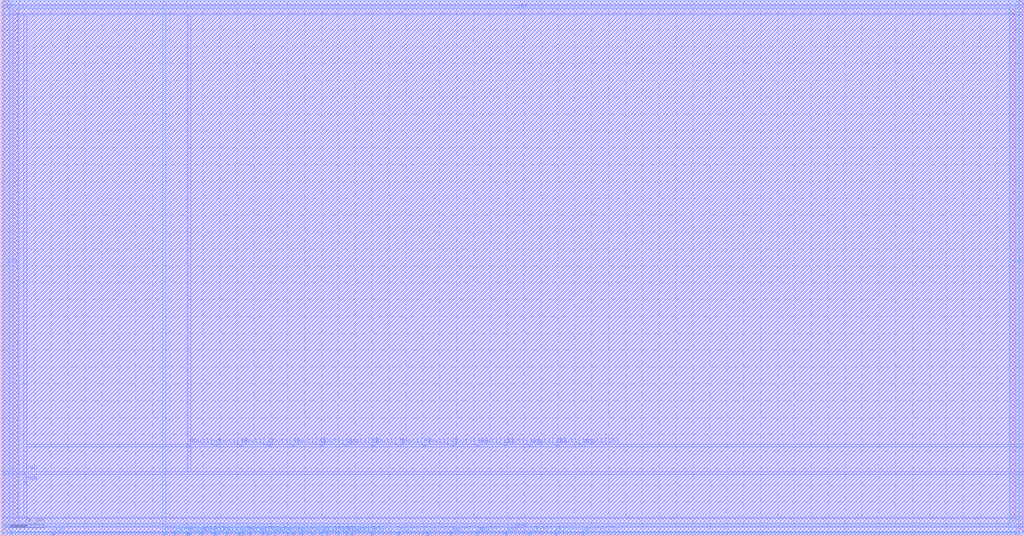
<source format=lef>
VERSION 5.4 ;
NAMESCASESENSITIVE ON ;
BUSBITCHARS "[]" ;
DIVIDERCHAR "/" ;
UNITS
  DATABASE MICRONS 2000 ;
END UNITS
MACRO sram_0rw2r1w_16_128_sky130A
   CLASS BLOCK ;
   SIZE 606.02 BY 317.7 ;
   SYMMETRY X Y R90 ;
   PIN din0[0]
      DIRECTION INPUT ;
      PORT
         LAYER met4 ;
         RECT  96.46 0.0 97.22 1.82 ;
      END
   END din0[0]
   PIN din0[1]
      DIRECTION INPUT ;
      PORT
         LAYER met4 ;
         RECT  102.82 0.0 103.58 1.82 ;
      END
   END din0[1]
   PIN din0[2]
      DIRECTION INPUT ;
      PORT
         LAYER met4 ;
         RECT  110.24 0.0 111.0 1.82 ;
      END
   END din0[2]
   PIN din0[3]
      DIRECTION INPUT ;
      PORT
         LAYER met4 ;
         RECT  118.72 0.0 119.48 1.82 ;
      END
   END din0[3]
   PIN din0[4]
      DIRECTION INPUT ;
      PORT
         LAYER met4 ;
         RECT  126.14 0.0 126.9 1.82 ;
      END
   END din0[4]
   PIN din0[5]
      DIRECTION INPUT ;
      PORT
         LAYER met4 ;
         RECT  133.56 0.0 134.32 1.82 ;
      END
   END din0[5]
   PIN din0[6]
      DIRECTION INPUT ;
      PORT
         LAYER met4 ;
         RECT  140.98 0.0 141.74 1.82 ;
      END
   END din0[6]
   PIN din0[7]
      DIRECTION INPUT ;
      PORT
         LAYER met4 ;
         RECT  147.34 0.0 148.1 1.82 ;
      END
   END din0[7]
   PIN din0[8]
      DIRECTION INPUT ;
      PORT
         LAYER met4 ;
         RECT  154.76 0.0 155.52 1.82 ;
      END
   END din0[8]
   PIN din0[9]
      DIRECTION INPUT ;
      PORT
         LAYER met4 ;
         RECT  162.18 0.0 162.94 1.82 ;
      END
   END din0[9]
   PIN din0[10]
      DIRECTION INPUT ;
      PORT
         LAYER met4 ;
         RECT  169.6 0.0 170.36 1.82 ;
      END
   END din0[10]
   PIN din0[11]
      DIRECTION INPUT ;
      PORT
         LAYER met4 ;
         RECT  178.08 0.0 178.84 1.82 ;
      END
   END din0[11]
   PIN din0[12]
      DIRECTION INPUT ;
      PORT
         LAYER met4 ;
         RECT  184.44 0.0 185.2 1.82 ;
      END
   END din0[12]
   PIN din0[13]
      DIRECTION INPUT ;
      PORT
         LAYER met4 ;
         RECT  192.92 0.0 193.68 1.82 ;
      END
   END din0[13]
   PIN din0[14]
      DIRECTION INPUT ;
      PORT
         LAYER met4 ;
         RECT  199.28 0.0 200.04 1.82 ;
      END
   END din0[14]
   PIN din0[15]
      DIRECTION INPUT ;
      PORT
         LAYER met4 ;
         RECT  207.76 0.0 208.52 1.82 ;
      END
   END din0[15]
   PIN addr[0]
      DIRECTION INPUT ;
      PORT
      END
   END addr[0]
   PIN addr[1]
      DIRECTION INPUT ;
      PORT
      END
   END addr[1]
   PIN addr[2]
      DIRECTION INPUT ;
      PORT
      END
   END addr[2]
   PIN addr[3]
      DIRECTION INPUT ;
      PORT
      END
   END addr[3]
   PIN addr[4]
      DIRECTION INPUT ;
      PORT
      END
   END addr[4]
   PIN addr[5]
      DIRECTION INPUT ;
      PORT
      END
   END addr[5]
   PIN addr[6]
      DIRECTION INPUT ;
      PORT
      END
   END addr[6]
   PIN addr[7]
      DIRECTION INPUT ;
      PORT
      END
   END addr[7]
   PIN addr[8]
      DIRECTION INPUT ;
      PORT
      END
   END addr[8]
   PIN csb
      DIRECTION INPUT ;
      PORT
         LAYER met3 ;
         RECT  14.125 37.105 14.785 37.435 ;
      END
   END csb
   PIN web
      DIRECTION INPUT ;
      PORT
         LAYER met3 ;
         RECT  14.125 31.185 14.785 31.515 ;
      END
   END web
   PIN clk
      DIRECTION INPUT ;
      PORT
         LAYER met4 ;
         RECT  30.74 0.0 31.5 1.82 ;
      END
   END clk
   PIN dout0[0]
      DIRECTION OUTPUT ;
      PORT
         LAYER met4 ;
         RECT  111.3 0.0 112.06 1.82 ;
      END
   END dout0[0]
   PIN dout1[0]
      DIRECTION OUTPUT ;
      PORT
         LAYER met3 ;
         RECT  111.3 53.185 111.96 53.515 ;
      END
   END dout1[0]
   PIN dout0[1]
      DIRECTION OUTPUT ;
      PORT
         LAYER met4 ;
         RECT  127.2 0.0 127.96 1.82 ;
      END
   END dout0[1]
   PIN dout1[1]
      DIRECTION OUTPUT ;
      PORT
         LAYER met3 ;
         RECT  126.86 53.185 127.52 53.515 ;
      END
   END dout1[1]
   PIN dout0[2]
      DIRECTION OUTPUT ;
      PORT
         LAYER met4 ;
         RECT  143.1 0.0 143.86 1.82 ;
      END
   END dout0[2]
   PIN dout1[2]
      DIRECTION OUTPUT ;
      PORT
         LAYER met3 ;
         RECT  142.42 53.185 143.08 53.515 ;
      END
   END dout1[2]
   PIN dout0[3]
      DIRECTION OUTPUT ;
      PORT
         LAYER met4 ;
         RECT  157.94 0.0 158.7 1.82 ;
      END
   END dout0[3]
   PIN dout1[3]
      DIRECTION OUTPUT ;
      PORT
         LAYER met3 ;
         RECT  157.98 53.185 158.64 53.515 ;
      END
   END dout1[3]
   PIN dout0[4]
      DIRECTION OUTPUT ;
      PORT
         LAYER met4 ;
         RECT  172.78 0.0 173.54 1.82 ;
      END
   END dout0[4]
   PIN dout1[4]
      DIRECTION OUTPUT ;
      PORT
         LAYER met3 ;
         RECT  173.54 53.185 174.2 53.515 ;
      END
   END dout1[4]
   PIN dout0[5]
      DIRECTION OUTPUT ;
      PORT
         LAYER met4 ;
         RECT  189.74 0.0 190.5 1.82 ;
      END
   END dout0[5]
   PIN dout1[5]
      DIRECTION OUTPUT ;
      PORT
         LAYER met3 ;
         RECT  189.1 53.185 189.76 53.515 ;
      END
   END dout1[5]
   PIN dout0[6]
      DIRECTION OUTPUT ;
      PORT
         LAYER met4 ;
         RECT  204.58 0.0 205.34 1.82 ;
      END
   END dout0[6]
   PIN dout1[6]
      DIRECTION OUTPUT ;
      PORT
         LAYER met3 ;
         RECT  204.66 53.185 205.32 53.515 ;
      END
   END dout1[6]
   PIN dout0[7]
      DIRECTION OUTPUT ;
      PORT
         LAYER met4 ;
         RECT  219.42 0.0 220.18 1.82 ;
      END
   END dout0[7]
   PIN dout1[7]
      DIRECTION OUTPUT ;
      PORT
         LAYER met3 ;
         RECT  220.22 53.185 220.88 53.515 ;
      END
   END dout1[7]
   PIN dout0[8]
      DIRECTION OUTPUT ;
      PORT
         LAYER met4 ;
         RECT  235.32 0.0 236.08 1.82 ;
      END
   END dout0[8]
   PIN dout1[8]
      DIRECTION OUTPUT ;
      PORT
         LAYER met3 ;
         RECT  235.78 53.185 236.44 53.515 ;
      END
   END dout1[8]
   PIN dout0[9]
      DIRECTION OUTPUT ;
      PORT
         LAYER met4 ;
         RECT  252.28 0.0 253.04 1.82 ;
      END
   END dout0[9]
   PIN dout1[9]
      DIRECTION OUTPUT ;
      PORT
         LAYER met3 ;
         RECT  251.34 53.185 252.0 53.515 ;
      END
   END dout1[9]
   PIN dout0[10]
      DIRECTION OUTPUT ;
      PORT
         LAYER met4 ;
         RECT  266.06 0.0 266.82 1.82 ;
      END
   END dout0[10]
   PIN dout1[10]
      DIRECTION OUTPUT ;
      PORT
         LAYER met3 ;
         RECT  266.9 53.185 267.56 53.515 ;
      END
   END dout1[10]
   PIN dout0[11]
      DIRECTION OUTPUT ;
      PORT
         LAYER met4 ;
         RECT  281.96 0.0 282.72 1.82 ;
      END
   END dout0[11]
   PIN dout1[11]
      DIRECTION OUTPUT ;
      PORT
         LAYER met3 ;
         RECT  282.46 53.185 283.12 53.515 ;
      END
   END dout1[11]
   PIN dout0[12]
      DIRECTION OUTPUT ;
      PORT
         LAYER met4 ;
         RECT  298.92 0.0 299.68 1.82 ;
      END
   END dout0[12]
   PIN dout1[12]
      DIRECTION OUTPUT ;
      PORT
         LAYER met3 ;
         RECT  298.02 53.185 298.68 53.515 ;
      END
   END dout1[12]
   PIN dout0[13]
      DIRECTION OUTPUT ;
      PORT
         LAYER met4 ;
         RECT  312.7 0.0 313.46 1.82 ;
      END
   END dout0[13]
   PIN dout1[13]
      DIRECTION OUTPUT ;
      PORT
         LAYER met3 ;
         RECT  313.58 53.185 314.24 53.515 ;
      END
   END dout1[13]
   PIN dout0[14]
      DIRECTION OUTPUT ;
      PORT
         LAYER met4 ;
         RECT  328.6 0.0 329.36 1.82 ;
      END
   END dout0[14]
   PIN dout1[14]
      DIRECTION OUTPUT ;
      PORT
         LAYER met3 ;
         RECT  329.14 53.185 329.8 53.515 ;
      END
   END dout1[14]
   PIN dout0[15]
      DIRECTION OUTPUT ;
      PORT
         LAYER met4 ;
         RECT  344.5 0.0 345.26 1.82 ;
      END
   END dout0[15]
   PIN dout1[15]
      DIRECTION OUTPUT ;
      PORT
         LAYER met3 ;
         RECT  344.7 53.185 345.36 53.515 ;
      END
   END dout1[15]
   PIN vdd
      DIRECTION INOUT ;
      USE POWER ; 
      SHAPE ABUTMENT ; 
      PORT
         LAYER met3 ;
         RECT  7.42 7.42 600.72 10.3 ;
         LAYER met3 ;
         RECT  7.42 309.52 600.72 312.4 ;
         LAYER met4 ;
         RECT  7.42 7.42 10.3 312.4 ;
         LAYER met4 ;
         RECT  597.84 7.42 600.72 312.4 ;
      END
   END vdd
   PIN gnd
      DIRECTION INOUT ;
      USE GROUND ; 
      SHAPE ABUTMENT ; 
      PORT
         LAYER met4 ;
         RECT  603.14 2.12 606.02 317.7 ;
         LAYER met4 ;
         RECT  2.12 2.12 5.0 317.7 ;
         LAYER met3 ;
         RECT  2.12 314.82 606.02 317.7 ;
         LAYER met3 ;
         RECT  2.12 2.12 606.02 5.0 ;
      END
   END gnd
   OBS
   LAYER  met1 ;
      RECT  0.62 0.62 605.4 317.08 ;
   LAYER  met2 ;
      RECT  0.62 0.62 605.4 317.08 ;
   LAYER  met3 ;
      RECT  0.62 36.505 13.525 38.035 ;
      RECT  15.385 36.505 605.4 38.035 ;
      RECT  13.525 32.115 15.385 36.505 ;
      RECT  15.385 38.035 110.7 52.585 ;
      RECT  15.385 52.585 110.7 54.115 ;
      RECT  110.7 38.035 112.56 52.585 ;
      RECT  112.56 38.035 605.4 52.585 ;
      RECT  112.56 52.585 126.26 54.115 ;
      RECT  128.12 52.585 141.82 54.115 ;
      RECT  143.68 52.585 157.38 54.115 ;
      RECT  159.24 52.585 172.94 54.115 ;
      RECT  174.8 52.585 188.5 54.115 ;
      RECT  190.36 52.585 204.06 54.115 ;
      RECT  205.92 52.585 219.62 54.115 ;
      RECT  221.48 52.585 235.18 54.115 ;
      RECT  237.04 52.585 250.74 54.115 ;
      RECT  252.6 52.585 266.3 54.115 ;
      RECT  268.16 52.585 281.86 54.115 ;
      RECT  283.72 52.585 297.42 54.115 ;
      RECT  299.28 52.585 312.98 54.115 ;
      RECT  314.84 52.585 328.54 54.115 ;
      RECT  330.4 52.585 344.1 54.115 ;
      RECT  345.96 52.585 605.4 54.115 ;
      RECT  0.62 6.82 6.82 10.9 ;
      RECT  0.62 10.9 6.82 36.505 ;
      RECT  6.82 10.9 13.525 36.505 ;
      RECT  15.385 10.9 601.32 36.505 ;
      RECT  601.32 6.82 605.4 10.9 ;
      RECT  601.32 10.9 605.4 36.505 ;
      RECT  13.525 10.9 15.385 30.585 ;
      RECT  0.62 38.035 6.82 308.92 ;
      RECT  0.62 308.92 6.82 313.0 ;
      RECT  6.82 38.035 13.525 308.92 ;
      RECT  13.525 38.035 15.385 308.92 ;
      RECT  15.385 54.115 110.7 308.92 ;
      RECT  110.7 54.115 112.56 308.92 ;
      RECT  112.56 54.115 601.32 308.92 ;
      RECT  601.32 54.115 605.4 308.92 ;
      RECT  601.32 308.92 605.4 313.0 ;
      RECT  0.62 313.0 1.52 314.22 ;
      RECT  0.62 314.22 1.52 317.08 ;
      RECT  1.52 313.0 6.82 314.22 ;
      RECT  6.82 313.0 13.525 314.22 ;
      RECT  13.525 313.0 15.385 314.22 ;
      RECT  15.385 313.0 110.7 314.22 ;
      RECT  110.7 313.0 112.56 314.22 ;
      RECT  112.56 313.0 601.32 314.22 ;
      RECT  601.32 313.0 605.4 314.22 ;
      RECT  0.62 0.62 1.52 1.52 ;
      RECT  0.62 1.52 1.52 5.6 ;
      RECT  0.62 5.6 1.52 6.82 ;
      RECT  1.52 0.62 6.82 1.52 ;
      RECT  1.52 5.6 6.82 6.82 ;
      RECT  6.82 0.62 13.525 1.52 ;
      RECT  6.82 5.6 13.525 6.82 ;
      RECT  15.385 0.62 601.32 1.52 ;
      RECT  15.385 5.6 601.32 6.82 ;
      RECT  601.32 0.62 605.4 1.52 ;
      RECT  601.32 5.6 605.4 6.82 ;
      RECT  13.525 0.62 15.385 1.52 ;
      RECT  13.525 5.6 15.385 6.82 ;
   LAYER  met4 ;
      RECT  95.86 2.42 97.82 317.08 ;
      RECT  97.82 0.62 102.22 2.42 ;
      RECT  104.18 0.62 109.64 2.42 ;
      RECT  120.08 0.62 125.54 2.42 ;
      RECT  134.92 0.62 140.38 2.42 ;
      RECT  148.7 0.62 154.16 2.42 ;
      RECT  163.54 0.62 169.0 2.42 ;
      RECT  179.44 0.62 183.84 2.42 ;
      RECT  194.28 0.62 198.68 2.42 ;
      RECT  32.1 0.62 95.86 2.42 ;
      RECT  112.66 0.62 118.12 2.42 ;
      RECT  128.56 0.62 132.96 2.42 ;
      RECT  142.34 0.62 142.5 2.42 ;
      RECT  144.46 0.62 146.74 2.42 ;
      RECT  156.12 0.62 157.34 2.42 ;
      RECT  159.3 0.62 161.58 2.42 ;
      RECT  170.96 0.62 172.18 2.42 ;
      RECT  174.14 0.62 177.48 2.42 ;
      RECT  185.8 0.62 189.14 2.42 ;
      RECT  191.1 0.62 192.32 2.42 ;
      RECT  200.64 0.62 203.98 2.42 ;
      RECT  205.94 0.62 207.16 2.42 ;
      RECT  209.12 0.62 218.82 2.42 ;
      RECT  220.78 0.62 234.72 2.42 ;
      RECT  236.68 0.62 251.68 2.42 ;
      RECT  253.64 0.62 265.46 2.42 ;
      RECT  267.42 0.62 281.36 2.42 ;
      RECT  283.32 0.62 298.32 2.42 ;
      RECT  300.28 0.62 312.1 2.42 ;
      RECT  314.06 0.62 328.0 2.42 ;
      RECT  329.96 0.62 343.9 2.42 ;
      RECT  6.82 2.42 10.9 6.82 ;
      RECT  6.82 313.0 10.9 317.08 ;
      RECT  10.9 2.42 95.86 6.82 ;
      RECT  10.9 6.82 95.86 313.0 ;
      RECT  10.9 313.0 95.86 317.08 ;
      RECT  97.82 2.42 597.24 6.82 ;
      RECT  97.82 6.82 597.24 313.0 ;
      RECT  97.82 313.0 597.24 317.08 ;
      RECT  597.24 2.42 601.32 6.82 ;
      RECT  597.24 313.0 601.32 317.08 ;
      RECT  345.86 0.62 602.54 1.52 ;
      RECT  345.86 1.52 602.54 2.42 ;
      RECT  602.54 0.62 605.4 1.52 ;
      RECT  601.32 2.42 602.54 6.82 ;
      RECT  601.32 6.82 602.54 313.0 ;
      RECT  601.32 313.0 602.54 317.08 ;
      RECT  0.62 0.62 1.52 1.52 ;
      RECT  0.62 1.52 1.52 2.42 ;
      RECT  1.52 0.62 5.6 1.52 ;
      RECT  5.6 0.62 30.14 1.52 ;
      RECT  5.6 1.52 30.14 2.42 ;
      RECT  0.62 2.42 1.52 6.82 ;
      RECT  5.6 2.42 6.82 6.82 ;
      RECT  0.62 6.82 1.52 313.0 ;
      RECT  5.6 6.82 6.82 313.0 ;
      RECT  0.62 313.0 1.52 317.08 ;
      RECT  5.6 313.0 6.82 317.08 ;
   END
END    sram_0rw2r1w_16_128_sky130A
END    LIBRARY

</source>
